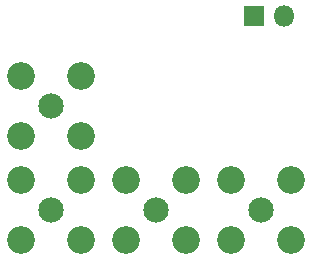
<source format=gbr>
%TF.GenerationSoftware,KiCad,Pcbnew,(5.1.6)-1*%
%TF.CreationDate,2020-09-06T17:04:42-07:00*%
%TF.ProjectId,frontendtest,66726f6e-7465-46e6-9474-6573742e6b69,rev?*%
%TF.SameCoordinates,Original*%
%TF.FileFunction,Soldermask,Bot*%
%TF.FilePolarity,Negative*%
%FSLAX46Y46*%
G04 Gerber Fmt 4.6, Leading zero omitted, Abs format (unit mm)*
G04 Created by KiCad (PCBNEW (5.1.6)-1) date 2020-09-06 17:04:42*
%MOMM*%
%LPD*%
G01*
G04 APERTURE LIST*
%ADD10C,2.350000*%
%ADD11C,2.150000*%
%ADD12O,1.800000X1.800000*%
%ADD13R,1.800000X1.800000*%
G04 APERTURE END LIST*
D10*
%TO.C,J5*%
X82550000Y-130048000D03*
X82550000Y-124968000D03*
X87630000Y-124968000D03*
X87630000Y-130048000D03*
D11*
X85090000Y-127508000D03*
%TD*%
D12*
%TO.C,J2*%
X95885000Y-111125000D03*
D13*
X93345000Y-111125000D03*
%TD*%
D10*
%TO.C,J4*%
X91440000Y-130048000D03*
X91440000Y-124968000D03*
X96520000Y-124968000D03*
X96520000Y-130048000D03*
D11*
X93980000Y-127508000D03*
%TD*%
D10*
%TO.C,J3*%
X73660000Y-130048000D03*
X73660000Y-124968000D03*
X78740000Y-124968000D03*
X78740000Y-130048000D03*
D11*
X76200000Y-127508000D03*
%TD*%
D10*
%TO.C,J1*%
X73660000Y-121285000D03*
X73660000Y-116205000D03*
X78740000Y-116205000D03*
X78740000Y-121285000D03*
D11*
X76200000Y-118745000D03*
%TD*%
M02*

</source>
